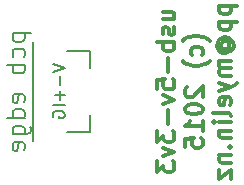
<source format=gbo>
G04 #@! TF.FileFunction,Legend,Bot*
%FSLAX46Y46*%
G04 Gerber Fmt 4.6, Leading zero omitted, Abs format (unit mm)*
G04 Created by KiCad (PCBNEW (2015-01-02 BZR 5348)-product) date 4/1/2015 10:56:25 PM*
%MOMM*%
G01*
G04 APERTURE LIST*
%ADD10C,0.100000*%
%ADD11C,0.300000*%
%ADD12C,0.130000*%
%ADD13C,0.152400*%
%ADD14C,0.127000*%
G04 APERTURE END LIST*
D10*
D11*
X126028571Y-96142858D02*
X127028571Y-96142858D01*
X126028571Y-95500001D02*
X126814286Y-95500001D01*
X126957143Y-95571429D01*
X127028571Y-95714287D01*
X127028571Y-95928572D01*
X126957143Y-96071429D01*
X126885714Y-96142858D01*
X126957143Y-96785715D02*
X127028571Y-96928572D01*
X127028571Y-97214287D01*
X126957143Y-97357144D01*
X126814286Y-97428572D01*
X126742857Y-97428572D01*
X126600000Y-97357144D01*
X126528571Y-97214287D01*
X126528571Y-97000001D01*
X126457143Y-96857144D01*
X126314286Y-96785715D01*
X126242857Y-96785715D01*
X126100000Y-96857144D01*
X126028571Y-97000001D01*
X126028571Y-97214287D01*
X126100000Y-97357144D01*
X127028571Y-98071430D02*
X125528571Y-98071430D01*
X126100000Y-98071430D02*
X126028571Y-98214287D01*
X126028571Y-98500001D01*
X126100000Y-98642858D01*
X126171429Y-98714287D01*
X126314286Y-98785716D01*
X126742857Y-98785716D01*
X126885714Y-98714287D01*
X126957143Y-98642858D01*
X127028571Y-98500001D01*
X127028571Y-98214287D01*
X126957143Y-98071430D01*
X126457143Y-99428573D02*
X126457143Y-100571430D01*
X125528571Y-102000002D02*
X125528571Y-101285716D01*
X126242857Y-101214287D01*
X126171429Y-101285716D01*
X126100000Y-101428573D01*
X126100000Y-101785716D01*
X126171429Y-101928573D01*
X126242857Y-102000002D01*
X126385714Y-102071430D01*
X126742857Y-102071430D01*
X126885714Y-102000002D01*
X126957143Y-101928573D01*
X127028571Y-101785716D01*
X127028571Y-101428573D01*
X126957143Y-101285716D01*
X126885714Y-101214287D01*
X126028571Y-102571430D02*
X127028571Y-102928573D01*
X126028571Y-103285715D01*
X126457143Y-103857144D02*
X126457143Y-105000001D01*
X125528571Y-105571430D02*
X125528571Y-106500001D01*
X126100000Y-106000001D01*
X126100000Y-106214287D01*
X126171429Y-106357144D01*
X126242857Y-106428573D01*
X126385714Y-106500001D01*
X126742857Y-106500001D01*
X126885714Y-106428573D01*
X126957143Y-106357144D01*
X127028571Y-106214287D01*
X127028571Y-105785715D01*
X126957143Y-105642858D01*
X126885714Y-105571430D01*
X126028571Y-107000001D02*
X127028571Y-107357144D01*
X126028571Y-107714286D01*
X125528571Y-108142858D02*
X125528571Y-109071429D01*
X126100000Y-108571429D01*
X126100000Y-108785715D01*
X126171429Y-108928572D01*
X126242857Y-109000001D01*
X126385714Y-109071429D01*
X126742857Y-109071429D01*
X126885714Y-109000001D01*
X126957143Y-108928572D01*
X127028571Y-108785715D01*
X127028571Y-108357143D01*
X126957143Y-108214286D01*
X126885714Y-108142858D01*
X130000000Y-97964287D02*
X129928571Y-97892859D01*
X129714286Y-97750002D01*
X129571429Y-97678573D01*
X129357143Y-97607144D01*
X129000000Y-97535716D01*
X128714286Y-97535716D01*
X128357143Y-97607144D01*
X128142857Y-97678573D01*
X128000000Y-97750002D01*
X127785714Y-97892859D01*
X127714286Y-97964287D01*
X129357143Y-99178573D02*
X129428571Y-99035716D01*
X129428571Y-98750002D01*
X129357143Y-98607144D01*
X129285714Y-98535716D01*
X129142857Y-98464287D01*
X128714286Y-98464287D01*
X128571429Y-98535716D01*
X128500000Y-98607144D01*
X128428571Y-98750002D01*
X128428571Y-99035716D01*
X128500000Y-99178573D01*
X130000000Y-99678573D02*
X129928571Y-99750001D01*
X129714286Y-99892858D01*
X129571429Y-99964287D01*
X129357143Y-100035716D01*
X129000000Y-100107144D01*
X128714286Y-100107144D01*
X128357143Y-100035716D01*
X128142857Y-99964287D01*
X128000000Y-99892858D01*
X127785714Y-99750001D01*
X127714286Y-99678573D01*
X128071429Y-101892858D02*
X128000000Y-101964287D01*
X127928571Y-102107144D01*
X127928571Y-102464287D01*
X128000000Y-102607144D01*
X128071429Y-102678573D01*
X128214286Y-102750001D01*
X128357143Y-102750001D01*
X128571429Y-102678573D01*
X129428571Y-101821430D01*
X129428571Y-102750001D01*
X127928571Y-103678572D02*
X127928571Y-103821429D01*
X128000000Y-103964286D01*
X128071429Y-104035715D01*
X128214286Y-104107144D01*
X128500000Y-104178572D01*
X128857143Y-104178572D01*
X129142857Y-104107144D01*
X129285714Y-104035715D01*
X129357143Y-103964286D01*
X129428571Y-103821429D01*
X129428571Y-103678572D01*
X129357143Y-103535715D01*
X129285714Y-103464286D01*
X129142857Y-103392858D01*
X128857143Y-103321429D01*
X128500000Y-103321429D01*
X128214286Y-103392858D01*
X128071429Y-103464286D01*
X128000000Y-103535715D01*
X127928571Y-103678572D01*
X129428571Y-105607143D02*
X129428571Y-104750000D01*
X129428571Y-105178572D02*
X127928571Y-105178572D01*
X128142857Y-105035715D01*
X128285714Y-104892857D01*
X128357143Y-104750000D01*
X127928571Y-106964286D02*
X127928571Y-106250000D01*
X128642857Y-106178571D01*
X128571429Y-106250000D01*
X128500000Y-106392857D01*
X128500000Y-106750000D01*
X128571429Y-106892857D01*
X128642857Y-106964286D01*
X128785714Y-107035714D01*
X129142857Y-107035714D01*
X129285714Y-106964286D01*
X129357143Y-106892857D01*
X129428571Y-106750000D01*
X129428571Y-106392857D01*
X129357143Y-106250000D01*
X129285714Y-106178571D01*
X130828571Y-95000000D02*
X132328571Y-95000000D01*
X130900000Y-95000000D02*
X130828571Y-95142857D01*
X130828571Y-95428571D01*
X130900000Y-95571428D01*
X130971429Y-95642857D01*
X131114286Y-95714286D01*
X131542857Y-95714286D01*
X131685714Y-95642857D01*
X131757143Y-95571428D01*
X131828571Y-95428571D01*
X131828571Y-95142857D01*
X131757143Y-95000000D01*
X130828571Y-96357143D02*
X132328571Y-96357143D01*
X130900000Y-96357143D02*
X130828571Y-96500000D01*
X130828571Y-96785714D01*
X130900000Y-96928571D01*
X130971429Y-97000000D01*
X131114286Y-97071429D01*
X131542857Y-97071429D01*
X131685714Y-97000000D01*
X131757143Y-96928571D01*
X131828571Y-96785714D01*
X131828571Y-96500000D01*
X131757143Y-96357143D01*
X131114286Y-98642857D02*
X131042857Y-98571429D01*
X130971429Y-98428572D01*
X130971429Y-98285714D01*
X131042857Y-98142857D01*
X131114286Y-98071429D01*
X131257143Y-98000000D01*
X131400000Y-98000000D01*
X131542857Y-98071429D01*
X131614286Y-98142857D01*
X131685714Y-98285714D01*
X131685714Y-98428572D01*
X131614286Y-98571429D01*
X131542857Y-98642857D01*
X130971429Y-98642857D02*
X131542857Y-98642857D01*
X131614286Y-98714286D01*
X131614286Y-98785714D01*
X131542857Y-98928572D01*
X131400000Y-99000000D01*
X131042857Y-99000000D01*
X130828571Y-98857143D01*
X130685714Y-98642857D01*
X130614286Y-98357143D01*
X130685714Y-98071429D01*
X130828571Y-97857143D01*
X131042857Y-97714286D01*
X131328571Y-97642857D01*
X131614286Y-97714286D01*
X131828571Y-97857143D01*
X131971429Y-98071429D01*
X132042857Y-98357143D01*
X131971429Y-98642857D01*
X131828571Y-98857143D01*
X131828571Y-99642857D02*
X130828571Y-99642857D01*
X130971429Y-99642857D02*
X130900000Y-99714285D01*
X130828571Y-99857143D01*
X130828571Y-100071428D01*
X130900000Y-100214285D01*
X131042857Y-100285714D01*
X131828571Y-100285714D01*
X131042857Y-100285714D02*
X130900000Y-100357143D01*
X130828571Y-100500000D01*
X130828571Y-100714285D01*
X130900000Y-100857143D01*
X131042857Y-100928571D01*
X131828571Y-100928571D01*
X130828571Y-101500000D02*
X131828571Y-101857143D01*
X130828571Y-102214285D02*
X131828571Y-101857143D01*
X132185714Y-101714285D01*
X132257143Y-101642857D01*
X132328571Y-101500000D01*
X131757143Y-103357142D02*
X131828571Y-103214285D01*
X131828571Y-102928571D01*
X131757143Y-102785714D01*
X131614286Y-102714285D01*
X131042857Y-102714285D01*
X130900000Y-102785714D01*
X130828571Y-102928571D01*
X130828571Y-103214285D01*
X130900000Y-103357142D01*
X131042857Y-103428571D01*
X131185714Y-103428571D01*
X131328571Y-102714285D01*
X131828571Y-104285714D02*
X131757143Y-104142856D01*
X131614286Y-104071428D01*
X130328571Y-104071428D01*
X131828571Y-104857142D02*
X130828571Y-104857142D01*
X130328571Y-104857142D02*
X130400000Y-104785713D01*
X130471429Y-104857142D01*
X130400000Y-104928570D01*
X130328571Y-104857142D01*
X130471429Y-104857142D01*
X130828571Y-105571428D02*
X131828571Y-105571428D01*
X130971429Y-105571428D02*
X130900000Y-105642856D01*
X130828571Y-105785714D01*
X130828571Y-105999999D01*
X130900000Y-106142856D01*
X131042857Y-106214285D01*
X131828571Y-106214285D01*
X131685714Y-106928571D02*
X131757143Y-106999999D01*
X131828571Y-106928571D01*
X131757143Y-106857142D01*
X131685714Y-106928571D01*
X131828571Y-106928571D01*
X130828571Y-107642857D02*
X131828571Y-107642857D01*
X130971429Y-107642857D02*
X130900000Y-107714285D01*
X130828571Y-107857143D01*
X130828571Y-108071428D01*
X130900000Y-108214285D01*
X131042857Y-108285714D01*
X131828571Y-108285714D01*
X130828571Y-108857143D02*
X130828571Y-109642857D01*
X131828571Y-108857143D01*
X131828571Y-109642857D01*
D12*
X115050000Y-106450000D02*
X115050000Y-98050000D01*
X119850000Y-100300000D02*
X119850000Y-98850000D01*
X119850000Y-98850000D02*
X117900000Y-98850000D01*
X119850000Y-104200000D02*
X119850000Y-105650000D01*
X119850000Y-105650000D02*
X117900000Y-105650000D01*
D13*
X116705619Y-99903524D02*
X117721619Y-100242191D01*
X116705619Y-100580857D01*
X117334571Y-100919524D02*
X117334571Y-101693619D01*
X117334571Y-102177429D02*
X117334571Y-102951524D01*
X117721619Y-102564476D02*
X116947524Y-102564476D01*
X117721619Y-103435334D02*
X116705619Y-103435334D01*
X116754000Y-104451334D02*
X116705619Y-104354572D01*
X116705619Y-104209429D01*
X116754000Y-104064287D01*
X116850762Y-103967525D01*
X116947524Y-103919144D01*
X117141048Y-103870763D01*
X117286190Y-103870763D01*
X117479714Y-103919144D01*
X117576476Y-103967525D01*
X117673238Y-104064287D01*
X117721619Y-104209429D01*
X117721619Y-104306191D01*
X117673238Y-104451334D01*
X117624857Y-104499715D01*
X117286190Y-104499715D01*
X117286190Y-104306191D01*
D14*
X113323429Y-97315143D02*
X114847429Y-97315143D01*
X113396000Y-97315143D02*
X113323429Y-97460286D01*
X113323429Y-97750572D01*
X113396000Y-97895715D01*
X113468571Y-97968286D01*
X113613714Y-98040857D01*
X114049143Y-98040857D01*
X114194286Y-97968286D01*
X114266857Y-97895715D01*
X114339429Y-97750572D01*
X114339429Y-97460286D01*
X114266857Y-97315143D01*
X114266857Y-99347143D02*
X114339429Y-99202000D01*
X114339429Y-98911714D01*
X114266857Y-98766572D01*
X114194286Y-98694000D01*
X114049143Y-98621429D01*
X113613714Y-98621429D01*
X113468571Y-98694000D01*
X113396000Y-98766572D01*
X113323429Y-98911714D01*
X113323429Y-99202000D01*
X113396000Y-99347143D01*
X114339429Y-100000286D02*
X112815429Y-100000286D01*
X113396000Y-100000286D02*
X113323429Y-100145429D01*
X113323429Y-100435715D01*
X113396000Y-100580858D01*
X113468571Y-100653429D01*
X113613714Y-100726000D01*
X114049143Y-100726000D01*
X114194286Y-100653429D01*
X114266857Y-100580858D01*
X114339429Y-100435715D01*
X114339429Y-100145429D01*
X114266857Y-100000286D01*
X114266857Y-103120858D02*
X114339429Y-102975715D01*
X114339429Y-102685429D01*
X114266857Y-102540286D01*
X114121714Y-102467715D01*
X113541143Y-102467715D01*
X113396000Y-102540286D01*
X113323429Y-102685429D01*
X113323429Y-102975715D01*
X113396000Y-103120858D01*
X113541143Y-103193429D01*
X113686286Y-103193429D01*
X113831429Y-102467715D01*
X114339429Y-104499715D02*
X112815429Y-104499715D01*
X114266857Y-104499715D02*
X114339429Y-104354572D01*
X114339429Y-104064286D01*
X114266857Y-103919144D01*
X114194286Y-103846572D01*
X114049143Y-103774001D01*
X113613714Y-103774001D01*
X113468571Y-103846572D01*
X113396000Y-103919144D01*
X113323429Y-104064286D01*
X113323429Y-104354572D01*
X113396000Y-104499715D01*
X113323429Y-105878572D02*
X114557143Y-105878572D01*
X114702286Y-105806001D01*
X114774857Y-105733429D01*
X114847429Y-105588286D01*
X114847429Y-105370572D01*
X114774857Y-105225429D01*
X114266857Y-105878572D02*
X114339429Y-105733429D01*
X114339429Y-105443143D01*
X114266857Y-105298001D01*
X114194286Y-105225429D01*
X114049143Y-105152858D01*
X113613714Y-105152858D01*
X113468571Y-105225429D01*
X113396000Y-105298001D01*
X113323429Y-105443143D01*
X113323429Y-105733429D01*
X113396000Y-105878572D01*
X114266857Y-107184858D02*
X114339429Y-107039715D01*
X114339429Y-106749429D01*
X114266857Y-106604286D01*
X114121714Y-106531715D01*
X113541143Y-106531715D01*
X113396000Y-106604286D01*
X113323429Y-106749429D01*
X113323429Y-107039715D01*
X113396000Y-107184858D01*
X113541143Y-107257429D01*
X113686286Y-107257429D01*
X113831429Y-106531715D01*
M02*

</source>
